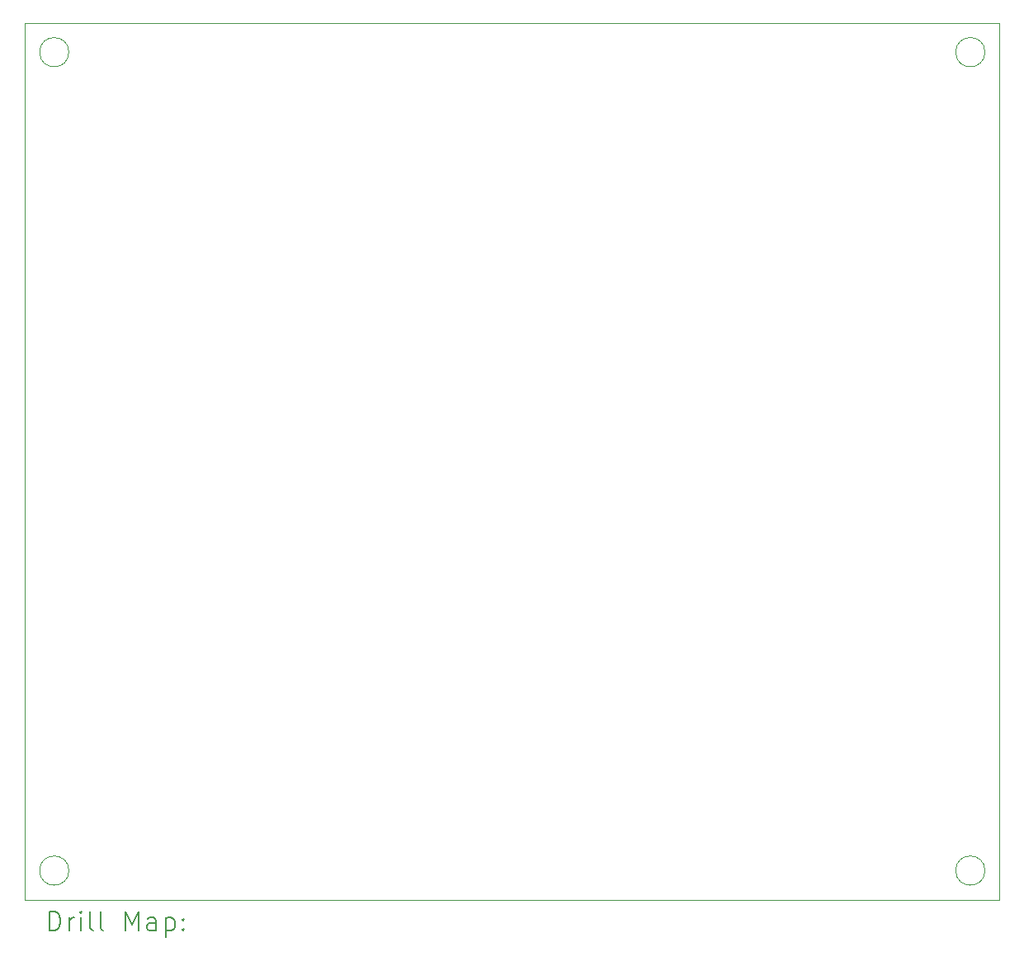
<source format=gbr>
%TF.GenerationSoftware,KiCad,Pcbnew,(6.0.10)*%
%TF.CreationDate,2023-01-20T16:48:07+01:00*%
%TF.ProjectId,greenhouse,67726565-6e68-46f7-9573-652e6b696361,rev?*%
%TF.SameCoordinates,Original*%
%TF.FileFunction,Drillmap*%
%TF.FilePolarity,Positive*%
%FSLAX45Y45*%
G04 Gerber Fmt 4.5, Leading zero omitted, Abs format (unit mm)*
G04 Created by KiCad (PCBNEW (6.0.10)) date 2023-01-20 16:48:07*
%MOMM*%
%LPD*%
G01*
G04 APERTURE LIST*
%ADD10C,0.120000*%
%ADD11C,0.200000*%
G04 APERTURE END LIST*
D10*
X10750000Y-5800000D02*
G75*
G03*
X10750000Y-5800000I-150000J0D01*
G01*
X10750000Y-14200000D02*
G75*
G03*
X10750000Y-14200000I-150000J0D01*
G01*
X20150000Y-14200000D02*
G75*
G03*
X20150000Y-14200000I-150000J0D01*
G01*
X20150000Y-5800000D02*
G75*
G03*
X20150000Y-5800000I-150000J0D01*
G01*
X10300000Y-5500000D02*
X10300000Y-14500000D01*
X20300000Y-14500000D02*
X10300000Y-14500000D01*
X20300000Y-5500000D02*
X20300000Y-14500000D01*
X10300000Y-5500000D02*
X20300000Y-5500000D01*
D11*
X10551619Y-14816476D02*
X10551619Y-14616476D01*
X10599238Y-14616476D01*
X10627810Y-14626000D01*
X10646857Y-14645048D01*
X10656381Y-14664095D01*
X10665905Y-14702190D01*
X10665905Y-14730762D01*
X10656381Y-14768857D01*
X10646857Y-14787905D01*
X10627810Y-14806952D01*
X10599238Y-14816476D01*
X10551619Y-14816476D01*
X10751619Y-14816476D02*
X10751619Y-14683143D01*
X10751619Y-14721238D02*
X10761143Y-14702190D01*
X10770667Y-14692667D01*
X10789714Y-14683143D01*
X10808762Y-14683143D01*
X10875429Y-14816476D02*
X10875429Y-14683143D01*
X10875429Y-14616476D02*
X10865905Y-14626000D01*
X10875429Y-14635524D01*
X10884952Y-14626000D01*
X10875429Y-14616476D01*
X10875429Y-14635524D01*
X10999238Y-14816476D02*
X10980190Y-14806952D01*
X10970667Y-14787905D01*
X10970667Y-14616476D01*
X11104000Y-14816476D02*
X11084952Y-14806952D01*
X11075429Y-14787905D01*
X11075429Y-14616476D01*
X11332571Y-14816476D02*
X11332571Y-14616476D01*
X11399238Y-14759333D01*
X11465905Y-14616476D01*
X11465905Y-14816476D01*
X11646857Y-14816476D02*
X11646857Y-14711714D01*
X11637333Y-14692667D01*
X11618286Y-14683143D01*
X11580190Y-14683143D01*
X11561143Y-14692667D01*
X11646857Y-14806952D02*
X11627809Y-14816476D01*
X11580190Y-14816476D01*
X11561143Y-14806952D01*
X11551619Y-14787905D01*
X11551619Y-14768857D01*
X11561143Y-14749809D01*
X11580190Y-14740286D01*
X11627809Y-14740286D01*
X11646857Y-14730762D01*
X11742095Y-14683143D02*
X11742095Y-14883143D01*
X11742095Y-14692667D02*
X11761143Y-14683143D01*
X11799238Y-14683143D01*
X11818286Y-14692667D01*
X11827809Y-14702190D01*
X11837333Y-14721238D01*
X11837333Y-14778381D01*
X11827809Y-14797428D01*
X11818286Y-14806952D01*
X11799238Y-14816476D01*
X11761143Y-14816476D01*
X11742095Y-14806952D01*
X11923048Y-14797428D02*
X11932571Y-14806952D01*
X11923048Y-14816476D01*
X11913524Y-14806952D01*
X11923048Y-14797428D01*
X11923048Y-14816476D01*
X11923048Y-14692667D02*
X11932571Y-14702190D01*
X11923048Y-14711714D01*
X11913524Y-14702190D01*
X11923048Y-14692667D01*
X11923048Y-14711714D01*
M02*

</source>
